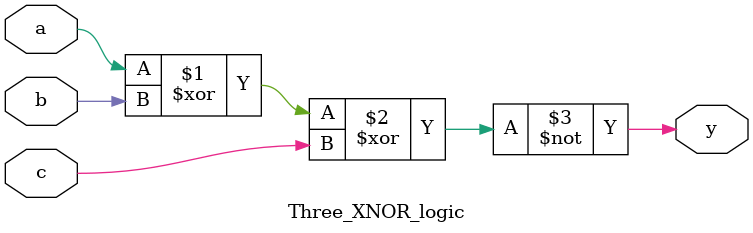
<source format=sv>
module Three_XNOR_logic(input logic a,b,c, output logic y);
	assign y = ~(a^b^c);

endmodule
</source>
